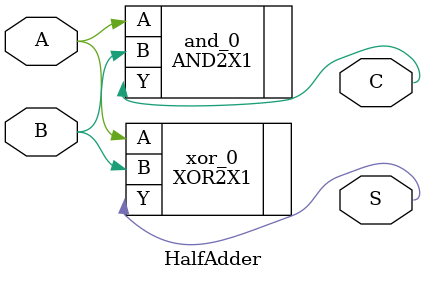
<source format=v>
`include "cadence.genlib"

module FullAdder (A, B, Cin, C, S);
    input wire A;
    input wire B;
    input wire Cin;
    output wire C;
    output wire S;

    wire C_0;
    wire S_0;
    wire C_1;

    HalfAdder ha_0 (.C(C_0), .S(S_0), .A(A), .B(B)); 
    HalfAdder ha_1 (.C(C_1) , .S(S), .A(S_0), .B(Cin)); 

    OR2X1 or_0 (.Y(C), .A(C_0), .B(C_1));

endmodule

module HalfAdder (C, S, A, B);
    input wire A;
    input wire B;
    output wire C;
    output wire S;

    AND2X1 and_0 (.Y(C), .A(A), .B(B)); 
    XOR2X1 xor_0 (.Y(S), .A(A), .B(B)); 

endmodule

</source>
